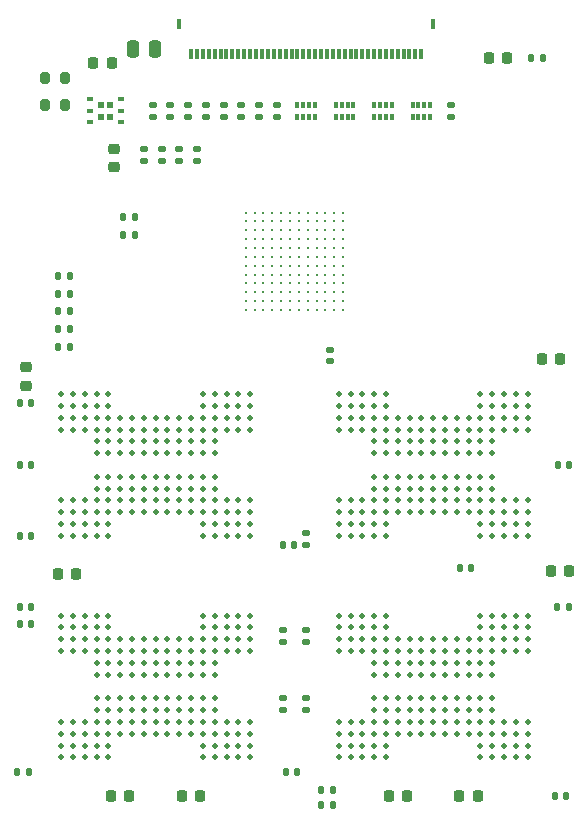
<source format=gbr>
%TF.GenerationSoftware,KiCad,Pcbnew,(6.0.7)*%
%TF.CreationDate,2022-10-03T18:22:00-04:00*%
%TF.ProjectId,IDE-SSD-ZIF,4944452d-5353-4442-9d5a-49462e6b6963,rev?*%
%TF.SameCoordinates,Original*%
%TF.FileFunction,Paste,Top*%
%TF.FilePolarity,Positive*%
%FSLAX46Y46*%
G04 Gerber Fmt 4.6, Leading zero omitted, Abs format (unit mm)*
G04 Created by KiCad (PCBNEW (6.0.7)) date 2022-10-03 18:22:00*
%MOMM*%
%LPD*%
G01*
G04 APERTURE LIST*
G04 Aperture macros list*
%AMRoundRect*
0 Rectangle with rounded corners*
0 $1 Rounding radius*
0 $2 $3 $4 $5 $6 $7 $8 $9 X,Y pos of 4 corners*
0 Add a 4 corners polygon primitive as box body*
4,1,4,$2,$3,$4,$5,$6,$7,$8,$9,$2,$3,0*
0 Add four circle primitives for the rounded corners*
1,1,$1+$1,$2,$3*
1,1,$1+$1,$4,$5*
1,1,$1+$1,$6,$7*
1,1,$1+$1,$8,$9*
0 Add four rect primitives between the rounded corners*
20,1,$1+$1,$2,$3,$4,$5,0*
20,1,$1+$1,$4,$5,$6,$7,0*
20,1,$1+$1,$6,$7,$8,$9,0*
20,1,$1+$1,$8,$9,$2,$3,0*%
G04 Aperture macros list end*
%ADD10RoundRect,0.135000X-0.185000X0.135000X-0.185000X-0.135000X0.185000X-0.135000X0.185000X0.135000X0*%
%ADD11RoundRect,0.250000X-0.250000X-0.475000X0.250000X-0.475000X0.250000X0.475000X-0.250000X0.475000X0*%
%ADD12RoundRect,0.225000X-0.225000X-0.250000X0.225000X-0.250000X0.225000X0.250000X-0.225000X0.250000X0*%
%ADD13RoundRect,0.140000X-0.140000X-0.170000X0.140000X-0.170000X0.140000X0.170000X-0.140000X0.170000X0*%
%ADD14R,0.400000X0.500000*%
%ADD15R,0.300000X0.500000*%
%ADD16RoundRect,0.225000X0.225000X0.250000X-0.225000X0.250000X-0.225000X-0.250000X0.225000X-0.250000X0*%
%ADD17RoundRect,0.140000X0.140000X0.170000X-0.140000X0.170000X-0.140000X-0.170000X0.140000X-0.170000X0*%
%ADD18RoundRect,0.140000X0.170000X-0.140000X0.170000X0.140000X-0.170000X0.140000X-0.170000X-0.140000X0*%
%ADD19RoundRect,0.135000X-0.135000X-0.185000X0.135000X-0.185000X0.135000X0.185000X-0.135000X0.185000X0*%
%ADD20R,0.304800X0.812800*%
%ADD21R,0.406400X0.812800*%
%ADD22C,0.500000*%
%ADD23RoundRect,0.200000X-0.200000X-0.275000X0.200000X-0.275000X0.200000X0.275000X-0.200000X0.275000X0*%
%ADD24RoundRect,0.225000X0.250000X-0.225000X0.250000X0.225000X-0.250000X0.225000X-0.250000X-0.225000X0*%
%ADD25C,0.300000*%
%ADD26RoundRect,0.218750X-0.218750X-0.256250X0.218750X-0.256250X0.218750X0.256250X-0.218750X0.256250X0*%
%ADD27RoundRect,0.225000X-0.250000X0.225000X-0.250000X-0.225000X0.250000X-0.225000X0.250000X0.225000X0*%
%ADD28R,0.630000X0.450000*%
%ADD29R,0.480000X0.630000*%
%ADD30RoundRect,0.140000X-0.170000X0.140000X-0.170000X-0.140000X0.170000X-0.140000X0.170000X0.140000X0*%
G04 APERTURE END LIST*
D10*
%TO.C,R4*%
X124250000Y-68240000D03*
X124250000Y-69260000D03*
%TD*%
D11*
%TO.C,C1*%
X120300000Y-59750000D03*
X122200000Y-59750000D03*
%TD*%
D12*
%TO.C,C27*%
X113975000Y-104250000D03*
X115525000Y-104250000D03*
%TD*%
D13*
%TO.C,C36*%
X156290000Y-95000000D03*
X157250000Y-95000000D03*
%TD*%
%TO.C,C17*%
X156270000Y-107000000D03*
X157230000Y-107000000D03*
%TD*%
D12*
%TO.C,C40*%
X154950000Y-86000000D03*
X156500000Y-86000000D03*
%TD*%
D10*
%TO.C,R12*%
X122000000Y-64510000D03*
X122000000Y-65530000D03*
%TD*%
%TO.C,R2*%
X128000000Y-64510000D03*
X128000000Y-65530000D03*
%TD*%
D14*
%TO.C,RN4*%
X134250000Y-65520000D03*
D15*
X134750000Y-65520000D03*
X135250000Y-65520000D03*
D14*
X135750000Y-65520000D03*
X135750000Y-64520000D03*
D15*
X135250000Y-64520000D03*
X134750000Y-64520000D03*
D14*
X134250000Y-64520000D03*
%TD*%
D16*
%TO.C,C25*%
X149525000Y-123000000D03*
X147975000Y-123000000D03*
%TD*%
D17*
%TO.C,C33*%
X111730000Y-107000000D03*
X110770000Y-107000000D03*
%TD*%
%TO.C,C20*%
X111730000Y-101000000D03*
X110770000Y-101000000D03*
%TD*%
D18*
%TO.C,C35*%
X137000000Y-86230000D03*
X137000000Y-85270000D03*
%TD*%
D14*
%TO.C,RN3*%
X137500000Y-65520000D03*
D15*
X138000000Y-65520000D03*
X138500000Y-65520000D03*
D14*
X139000000Y-65520000D03*
X139000000Y-64520000D03*
D15*
X138500000Y-64520000D03*
X138000000Y-64520000D03*
D14*
X137500000Y-64520000D03*
%TD*%
D19*
%TO.C,R19*%
X114000000Y-79000000D03*
X115020000Y-79000000D03*
%TD*%
%TO.C,R26*%
X119490000Y-74000000D03*
X120510000Y-74000000D03*
%TD*%
D13*
%TO.C,C24*%
X133040000Y-101750000D03*
X134000000Y-101750000D03*
%TD*%
D20*
%TO.C,J1*%
X144753600Y-60166400D03*
X144245600Y-60166400D03*
X143737600Y-60166400D03*
X143255000Y-60166400D03*
X142747000Y-60166400D03*
X142239000Y-60166400D03*
X141756400Y-60166400D03*
X141248400Y-60166400D03*
X140740400Y-60166400D03*
X140257800Y-60166400D03*
X139749800Y-60166400D03*
X139241800Y-60166400D03*
X138759200Y-60166400D03*
X138251200Y-60166400D03*
X137743200Y-60166400D03*
X137260600Y-60166400D03*
X136752600Y-60166400D03*
X136244600Y-60166400D03*
X135762000Y-60166400D03*
X135254000Y-60166400D03*
X134746000Y-60166400D03*
X134238000Y-60166400D03*
X133755400Y-60166400D03*
X133247400Y-60166400D03*
X132739400Y-60166400D03*
X132256800Y-60166400D03*
X131748800Y-60166400D03*
X131240800Y-60166400D03*
X130758200Y-60166400D03*
X130250200Y-60166400D03*
X129742200Y-60166400D03*
X129259600Y-60166400D03*
X128751600Y-60166400D03*
X128243600Y-60166400D03*
X127761000Y-60166400D03*
X127253000Y-60166400D03*
X126745000Y-60166400D03*
X126262400Y-60166400D03*
X125754400Y-60166400D03*
X125246400Y-60166400D03*
D21*
X124230400Y-57677200D03*
X145769600Y-57677200D03*
%TD*%
D10*
%TO.C,R22*%
X135000000Y-114730000D03*
X135000000Y-115750000D03*
%TD*%
D13*
%TO.C,C29*%
X133270000Y-121000000D03*
X134230000Y-121000000D03*
%TD*%
D14*
%TO.C,RN1*%
X144000000Y-65520000D03*
D15*
X144500000Y-65520000D03*
X145000000Y-65520000D03*
D14*
X145500000Y-65520000D03*
X145500000Y-64520000D03*
D15*
X145000000Y-64520000D03*
X144500000Y-64520000D03*
D14*
X144000000Y-64520000D03*
%TD*%
D17*
%TO.C,C22*%
X137230000Y-123750000D03*
X136270000Y-123750000D03*
%TD*%
D10*
%TO.C,R14*%
X147250000Y-64500000D03*
X147250000Y-65520000D03*
%TD*%
%TO.C,R23*%
X135000000Y-108990000D03*
X135000000Y-110010000D03*
%TD*%
D22*
%TO.C,U4*%
X114250000Y-119750000D03*
X114250000Y-118750000D03*
X114250000Y-117750000D03*
X114250000Y-116750000D03*
X114250000Y-110750000D03*
X114250000Y-109750000D03*
X114250000Y-108750000D03*
X114250000Y-107750000D03*
X115250000Y-119750000D03*
X115250000Y-118750000D03*
X115250000Y-117750000D03*
X115250000Y-116750000D03*
X115250000Y-110750000D03*
X115250000Y-109750000D03*
X115250000Y-108750000D03*
X115250000Y-107750000D03*
X116250000Y-119750000D03*
X116250000Y-118750000D03*
X116250000Y-117750000D03*
X116250000Y-116750000D03*
X116250000Y-110750000D03*
X116250000Y-109750000D03*
X116250000Y-108750000D03*
X116250000Y-107750000D03*
X117250000Y-119750000D03*
X117250000Y-118750000D03*
X117250000Y-117750000D03*
X117250000Y-116750000D03*
X117250000Y-115750000D03*
X117250000Y-114750000D03*
X117250000Y-112750000D03*
X117250000Y-111750000D03*
X117250000Y-110750000D03*
X117250000Y-109750000D03*
X117250000Y-108750000D03*
X117250000Y-107750000D03*
X118250000Y-119750000D03*
X118250000Y-118750000D03*
X118250000Y-117750000D03*
X118250000Y-116750000D03*
X118250000Y-115750000D03*
X118250000Y-114750000D03*
X118250000Y-112750000D03*
X118250000Y-111750000D03*
X118250000Y-110750000D03*
X118250000Y-109750000D03*
X118250000Y-108750000D03*
X118250000Y-107750000D03*
X119250000Y-117750000D03*
X119250000Y-116750000D03*
X119250000Y-115750000D03*
X119250000Y-114750000D03*
X119250000Y-112750000D03*
X119250000Y-111750000D03*
X119250000Y-110750000D03*
X119250000Y-109750000D03*
X120250000Y-117750000D03*
X120250000Y-116750000D03*
X120250000Y-115750000D03*
X120250000Y-114750000D03*
X120250000Y-112750000D03*
X120250000Y-111750000D03*
X120250000Y-110750000D03*
X120250000Y-109750000D03*
X121250000Y-117750000D03*
X121250000Y-116750000D03*
X121250000Y-115750000D03*
X121250000Y-114750000D03*
X121250000Y-112750000D03*
X121250000Y-111750000D03*
X121250000Y-110750000D03*
X121250000Y-109750000D03*
X122250000Y-117750000D03*
X122250000Y-116750000D03*
X122250000Y-115750000D03*
X122250000Y-114750000D03*
X122250000Y-112750000D03*
X122250000Y-111750000D03*
X122250000Y-110750000D03*
X122250000Y-109750000D03*
X123250000Y-117750000D03*
X123250000Y-116750000D03*
X123250000Y-115750000D03*
X123250000Y-114750000D03*
X123250000Y-112750000D03*
X123250000Y-111750000D03*
X123250000Y-110750000D03*
X123250000Y-109750000D03*
X124250000Y-117750000D03*
X124250000Y-116750000D03*
X124250000Y-115750000D03*
X124250000Y-114750000D03*
X124250000Y-112750000D03*
X124250000Y-111750000D03*
X124250000Y-110750000D03*
X124250000Y-109750000D03*
X125250000Y-117750000D03*
X125250000Y-116750000D03*
X125250000Y-115750000D03*
X125250000Y-114750000D03*
X125250000Y-112750000D03*
X125250000Y-111750000D03*
X125250000Y-110750000D03*
X125250000Y-109750000D03*
X126250000Y-119750000D03*
X126250000Y-118750000D03*
X126250000Y-117750000D03*
X126250000Y-116750000D03*
X126250000Y-115750000D03*
X126250000Y-114750000D03*
X126250000Y-112750000D03*
X126250000Y-111750000D03*
X126250000Y-110750000D03*
X126250000Y-109750000D03*
X126250000Y-108750000D03*
X126250000Y-107750000D03*
X127250000Y-119750000D03*
X127250000Y-118750000D03*
X127250000Y-117750000D03*
X127250000Y-116750000D03*
X127250000Y-115750000D03*
X127250000Y-114750000D03*
X127250000Y-112750000D03*
X127250000Y-111750000D03*
X127250000Y-110750000D03*
X127250000Y-109750000D03*
X127250000Y-108750000D03*
X127250000Y-107750000D03*
X128250000Y-119750000D03*
X128250000Y-118750000D03*
X128250000Y-117750000D03*
X128250000Y-116750000D03*
X128250000Y-110750000D03*
X128250000Y-109750000D03*
X128250000Y-108750000D03*
X128250000Y-107750000D03*
X129250000Y-119750000D03*
X129250000Y-118750000D03*
X129250000Y-117750000D03*
X129250000Y-116750000D03*
X129250000Y-110750000D03*
X129250000Y-109750000D03*
X129250000Y-108750000D03*
X129250000Y-107750000D03*
X130250000Y-119750000D03*
X130250000Y-118750000D03*
X130250000Y-117750000D03*
X130250000Y-116750000D03*
X130250000Y-110750000D03*
X130250000Y-109750000D03*
X130250000Y-108750000D03*
X130250000Y-107750000D03*
%TD*%
D23*
%TO.C,R25*%
X112925000Y-62250000D03*
X114575000Y-62250000D03*
%TD*%
D24*
%TO.C,C28*%
X111250000Y-88275000D03*
X111250000Y-86725000D03*
%TD*%
D17*
%TO.C,C30*%
X111500000Y-121000000D03*
X110540000Y-121000000D03*
%TD*%
D10*
%TO.C,R8*%
X129500000Y-64500000D03*
X129500000Y-65520000D03*
%TD*%
D13*
%TO.C,C31*%
X148000000Y-103750000D03*
X148960000Y-103750000D03*
%TD*%
D25*
%TO.C,U1*%
X129875000Y-81875000D03*
X129875000Y-81125000D03*
X129875000Y-80375000D03*
X129875000Y-79625000D03*
X129875000Y-78875000D03*
X129875000Y-78125000D03*
X129875000Y-77375000D03*
X129875000Y-76625000D03*
X129875000Y-75875000D03*
X129875000Y-75125000D03*
X129875000Y-74375000D03*
X129875000Y-73625000D03*
X130625000Y-81875000D03*
X130625000Y-81125000D03*
X130625000Y-80375000D03*
X130625000Y-79625000D03*
X130625000Y-78875000D03*
X130625000Y-78125000D03*
X130625000Y-77375000D03*
X130625000Y-76625000D03*
X130625000Y-75875000D03*
X130625000Y-75125000D03*
X130625000Y-74375000D03*
X130625000Y-73625000D03*
X131375000Y-81875000D03*
X131375000Y-81125000D03*
X131375000Y-80375000D03*
X131375000Y-79625000D03*
X131375000Y-78875000D03*
X131375000Y-78125000D03*
X131375000Y-77375000D03*
X131375000Y-76625000D03*
X131375000Y-75875000D03*
X131375000Y-75125000D03*
X131375000Y-74375000D03*
X131375000Y-73625000D03*
X132125000Y-81875000D03*
X132125000Y-81125000D03*
X132125000Y-80375000D03*
X132125000Y-79625000D03*
X132125000Y-78875000D03*
X132125000Y-78125000D03*
X132125000Y-77375000D03*
X132125000Y-76625000D03*
X132125000Y-75875000D03*
X132125000Y-75125000D03*
X132125000Y-74375000D03*
X132125000Y-73625000D03*
X132875000Y-81875000D03*
X132875000Y-81125000D03*
X132875000Y-80375000D03*
X132875000Y-79625000D03*
X132875000Y-78875000D03*
X132875000Y-78125000D03*
X132875000Y-77375000D03*
X132875000Y-76625000D03*
X132875000Y-75875000D03*
X132875000Y-75125000D03*
X132875000Y-74375000D03*
X132875000Y-73625000D03*
X133625000Y-81875000D03*
X133625000Y-81125000D03*
X133625000Y-80375000D03*
X133625000Y-79625000D03*
X133625000Y-78875000D03*
X133625000Y-78125000D03*
X133625000Y-77375000D03*
X133625000Y-76625000D03*
X133625000Y-75875000D03*
X133625000Y-75125000D03*
X133625000Y-74375000D03*
X133625000Y-73625000D03*
X134375000Y-81875000D03*
X134375000Y-81125000D03*
X134375000Y-80375000D03*
X134375000Y-79625000D03*
X134375000Y-78875000D03*
X134375000Y-78125000D03*
X134375000Y-77375000D03*
X134375000Y-76625000D03*
X134375000Y-75875000D03*
X134375000Y-75125000D03*
X134375000Y-74375000D03*
X134375000Y-73625000D03*
X135125000Y-81875000D03*
X135125000Y-81125000D03*
X135125000Y-80375000D03*
X135125000Y-79625000D03*
X135125000Y-78875000D03*
X135125000Y-78125000D03*
X135125000Y-77375000D03*
X135125000Y-76625000D03*
X135125000Y-75875000D03*
X135125000Y-75125000D03*
X135125000Y-74375000D03*
X135125000Y-73625000D03*
X135875000Y-81875000D03*
X135875000Y-81125000D03*
X135875000Y-80375000D03*
X135875000Y-79625000D03*
X135875000Y-78875000D03*
X135875000Y-78125000D03*
X135875000Y-77375000D03*
X135875000Y-76625000D03*
X135875000Y-75875000D03*
X135875000Y-75125000D03*
X135875000Y-74375000D03*
X135875000Y-73625000D03*
X136625000Y-81875000D03*
X136625000Y-81125000D03*
X136625000Y-80375000D03*
X136625000Y-79625000D03*
X136625000Y-78875000D03*
X136625000Y-78125000D03*
X136625000Y-77375000D03*
X136625000Y-76625000D03*
X136625000Y-75875000D03*
X136625000Y-75125000D03*
X136625000Y-74375000D03*
X136625000Y-73625000D03*
X137375000Y-81875000D03*
X137375000Y-81125000D03*
X137375000Y-80375000D03*
X137375000Y-79625000D03*
X137375000Y-78875000D03*
X137375000Y-78125000D03*
X137375000Y-77375000D03*
X137375000Y-76625000D03*
X137375000Y-75875000D03*
X137375000Y-75125000D03*
X137375000Y-74375000D03*
X137375000Y-73625000D03*
X138125000Y-81875000D03*
X138125000Y-81125000D03*
X138125000Y-80375000D03*
X138125000Y-79625000D03*
X138125000Y-78875000D03*
X138125000Y-78125000D03*
X138125000Y-77375000D03*
X138125000Y-76625000D03*
X138125000Y-75875000D03*
X138125000Y-75125000D03*
X138125000Y-74375000D03*
X138125000Y-73625000D03*
%TD*%
D19*
%TO.C,R16*%
X114000000Y-80500000D03*
X115020000Y-80500000D03*
%TD*%
D17*
%TO.C,C23*%
X111730000Y-95000000D03*
X110770000Y-95000000D03*
%TD*%
D26*
%TO.C,D1*%
X150462500Y-60500000D03*
X152037500Y-60500000D03*
%TD*%
D23*
%TO.C,R13*%
X112925000Y-64500000D03*
X114575000Y-64500000D03*
%TD*%
D19*
%TO.C,R27*%
X119490000Y-75500000D03*
X120510000Y-75500000D03*
%TD*%
D10*
%TO.C,R7*%
X132500000Y-64510000D03*
X132500000Y-65530000D03*
%TD*%
D22*
%TO.C,U3*%
X114250000Y-101000000D03*
X114250000Y-100000000D03*
X114250000Y-99000000D03*
X114250000Y-98000000D03*
X114250000Y-92000000D03*
X114250000Y-91000000D03*
X114250000Y-90000000D03*
X114250000Y-89000000D03*
X115250000Y-101000000D03*
X115250000Y-100000000D03*
X115250000Y-99000000D03*
X115250000Y-98000000D03*
X115250000Y-92000000D03*
X115250000Y-91000000D03*
X115250000Y-90000000D03*
X115250000Y-89000000D03*
X116250000Y-101000000D03*
X116250000Y-100000000D03*
X116250000Y-99000000D03*
X116250000Y-98000000D03*
X116250000Y-92000000D03*
X116250000Y-91000000D03*
X116250000Y-90000000D03*
X116250000Y-89000000D03*
X117250000Y-101000000D03*
X117250000Y-100000000D03*
X117250000Y-99000000D03*
X117250000Y-98000000D03*
X117250000Y-97000000D03*
X117250000Y-96000000D03*
X117250000Y-94000000D03*
X117250000Y-93000000D03*
X117250000Y-92000000D03*
X117250000Y-91000000D03*
X117250000Y-90000000D03*
X117250000Y-89000000D03*
X118250000Y-101000000D03*
X118250000Y-100000000D03*
X118250000Y-99000000D03*
X118250000Y-98000000D03*
X118250000Y-97000000D03*
X118250000Y-96000000D03*
X118250000Y-94000000D03*
X118250000Y-93000000D03*
X118250000Y-92000000D03*
X118250000Y-91000000D03*
X118250000Y-90000000D03*
X118250000Y-89000000D03*
X119250000Y-99000000D03*
X119250000Y-98000000D03*
X119250000Y-97000000D03*
X119250000Y-96000000D03*
X119250000Y-94000000D03*
X119250000Y-93000000D03*
X119250000Y-92000000D03*
X119250000Y-91000000D03*
X120250000Y-99000000D03*
X120250000Y-98000000D03*
X120250000Y-97000000D03*
X120250000Y-96000000D03*
X120250000Y-94000000D03*
X120250000Y-93000000D03*
X120250000Y-92000000D03*
X120250000Y-91000000D03*
X121250000Y-99000000D03*
X121250000Y-98000000D03*
X121250000Y-97000000D03*
X121250000Y-96000000D03*
X121250000Y-94000000D03*
X121250000Y-93000000D03*
X121250000Y-92000000D03*
X121250000Y-91000000D03*
X122250000Y-99000000D03*
X122250000Y-98000000D03*
X122250000Y-97000000D03*
X122250000Y-96000000D03*
X122250000Y-94000000D03*
X122250000Y-93000000D03*
X122250000Y-92000000D03*
X122250000Y-91000000D03*
X123250000Y-99000000D03*
X123250000Y-98000000D03*
X123250000Y-97000000D03*
X123250000Y-96000000D03*
X123250000Y-94000000D03*
X123250000Y-93000000D03*
X123250000Y-92000000D03*
X123250000Y-91000000D03*
X124250000Y-99000000D03*
X124250000Y-98000000D03*
X124250000Y-97000000D03*
X124250000Y-96000000D03*
X124250000Y-94000000D03*
X124250000Y-93000000D03*
X124250000Y-92000000D03*
X124250000Y-91000000D03*
X125250000Y-99000000D03*
X125250000Y-98000000D03*
X125250000Y-97000000D03*
X125250000Y-96000000D03*
X125250000Y-94000000D03*
X125250000Y-93000000D03*
X125250000Y-92000000D03*
X125250000Y-91000000D03*
X126250000Y-101000000D03*
X126250000Y-100000000D03*
X126250000Y-99000000D03*
X126250000Y-98000000D03*
X126250000Y-97000000D03*
X126250000Y-96000000D03*
X126250000Y-94000000D03*
X126250000Y-93000000D03*
X126250000Y-92000000D03*
X126250000Y-91000000D03*
X126250000Y-90000000D03*
X126250000Y-89000000D03*
X127250000Y-101000000D03*
X127250000Y-100000000D03*
X127250000Y-99000000D03*
X127250000Y-98000000D03*
X127250000Y-97000000D03*
X127250000Y-96000000D03*
X127250000Y-94000000D03*
X127250000Y-93000000D03*
X127250000Y-92000000D03*
X127250000Y-91000000D03*
X127250000Y-90000000D03*
X127250000Y-89000000D03*
X128250000Y-101000000D03*
X128250000Y-100000000D03*
X128250000Y-99000000D03*
X128250000Y-98000000D03*
X128250000Y-92000000D03*
X128250000Y-91000000D03*
X128250000Y-90000000D03*
X128250000Y-89000000D03*
X129250000Y-101000000D03*
X129250000Y-100000000D03*
X129250000Y-99000000D03*
X129250000Y-98000000D03*
X129250000Y-92000000D03*
X129250000Y-91000000D03*
X129250000Y-90000000D03*
X129250000Y-89000000D03*
X130250000Y-101000000D03*
X130250000Y-100000000D03*
X130250000Y-99000000D03*
X130250000Y-98000000D03*
X130250000Y-92000000D03*
X130250000Y-91000000D03*
X130250000Y-90000000D03*
X130250000Y-89000000D03*
%TD*%
D12*
%TO.C,C39*%
X155725000Y-104000000D03*
X157275000Y-104000000D03*
%TD*%
D16*
%TO.C,C12*%
X118525000Y-61000000D03*
X116975000Y-61000000D03*
%TD*%
D10*
%TO.C,R21*%
X133000000Y-114730000D03*
X133000000Y-115750000D03*
%TD*%
D13*
%TO.C,C18*%
X156040000Y-123000000D03*
X157000000Y-123000000D03*
%TD*%
D19*
%TO.C,R17*%
X113980000Y-83500000D03*
X115000000Y-83500000D03*
%TD*%
D12*
%TO.C,C38*%
X118475000Y-123000000D03*
X120025000Y-123000000D03*
%TD*%
D22*
%TO.C,U6*%
X137750000Y-101000000D03*
X137750000Y-100000000D03*
X137750000Y-99000000D03*
X137750000Y-98000000D03*
X137750000Y-92000000D03*
X137750000Y-91000000D03*
X137750000Y-90000000D03*
X137750000Y-89000000D03*
X138750000Y-101000000D03*
X138750000Y-100000000D03*
X138750000Y-99000000D03*
X138750000Y-98000000D03*
X138750000Y-92000000D03*
X138750000Y-91000000D03*
X138750000Y-90000000D03*
X138750000Y-89000000D03*
X139750000Y-101000000D03*
X139750000Y-100000000D03*
X139750000Y-99000000D03*
X139750000Y-98000000D03*
X139750000Y-92000000D03*
X139750000Y-91000000D03*
X139750000Y-90000000D03*
X139750000Y-89000000D03*
X140750000Y-101000000D03*
X140750000Y-100000000D03*
X140750000Y-99000000D03*
X140750000Y-98000000D03*
X140750000Y-97000000D03*
X140750000Y-96000000D03*
X140750000Y-94000000D03*
X140750000Y-93000000D03*
X140750000Y-92000000D03*
X140750000Y-91000000D03*
X140750000Y-90000000D03*
X140750000Y-89000000D03*
X141750000Y-101000000D03*
X141750000Y-100000000D03*
X141750000Y-99000000D03*
X141750000Y-98000000D03*
X141750000Y-97000000D03*
X141750000Y-96000000D03*
X141750000Y-94000000D03*
X141750000Y-93000000D03*
X141750000Y-92000000D03*
X141750000Y-91000000D03*
X141750000Y-90000000D03*
X141750000Y-89000000D03*
X142750000Y-99000000D03*
X142750000Y-98000000D03*
X142750000Y-97000000D03*
X142750000Y-96000000D03*
X142750000Y-94000000D03*
X142750000Y-93000000D03*
X142750000Y-92000000D03*
X142750000Y-91000000D03*
X143750000Y-99000000D03*
X143750000Y-98000000D03*
X143750000Y-97000000D03*
X143750000Y-96000000D03*
X143750000Y-94000000D03*
X143750000Y-93000000D03*
X143750000Y-92000000D03*
X143750000Y-91000000D03*
X144750000Y-99000000D03*
X144750000Y-98000000D03*
X144750000Y-97000000D03*
X144750000Y-96000000D03*
X144750000Y-94000000D03*
X144750000Y-93000000D03*
X144750000Y-92000000D03*
X144750000Y-91000000D03*
X145750000Y-99000000D03*
X145750000Y-98000000D03*
X145750000Y-97000000D03*
X145750000Y-96000000D03*
X145750000Y-94000000D03*
X145750000Y-93000000D03*
X145750000Y-92000000D03*
X145750000Y-91000000D03*
X146750000Y-99000000D03*
X146750000Y-98000000D03*
X146750000Y-97000000D03*
X146750000Y-96000000D03*
X146750000Y-94000000D03*
X146750000Y-93000000D03*
X146750000Y-92000000D03*
X146750000Y-91000000D03*
X147750000Y-99000000D03*
X147750000Y-98000000D03*
X147750000Y-97000000D03*
X147750000Y-96000000D03*
X147750000Y-94000000D03*
X147750000Y-93000000D03*
X147750000Y-92000000D03*
X147750000Y-91000000D03*
X148750000Y-99000000D03*
X148750000Y-98000000D03*
X148750000Y-97000000D03*
X148750000Y-96000000D03*
X148750000Y-94000000D03*
X148750000Y-93000000D03*
X148750000Y-92000000D03*
X148750000Y-91000000D03*
X149750000Y-101000000D03*
X149750000Y-100000000D03*
X149750000Y-99000000D03*
X149750000Y-98000000D03*
X149750000Y-97000000D03*
X149750000Y-96000000D03*
X149750000Y-94000000D03*
X149750000Y-93000000D03*
X149750000Y-92000000D03*
X149750000Y-91000000D03*
X149750000Y-90000000D03*
X149750000Y-89000000D03*
X150750000Y-101000000D03*
X150750000Y-100000000D03*
X150750000Y-99000000D03*
X150750000Y-98000000D03*
X150750000Y-97000000D03*
X150750000Y-96000000D03*
X150750000Y-94000000D03*
X150750000Y-93000000D03*
X150750000Y-92000000D03*
X150750000Y-91000000D03*
X150750000Y-90000000D03*
X150750000Y-89000000D03*
X151750000Y-101000000D03*
X151750000Y-100000000D03*
X151750000Y-99000000D03*
X151750000Y-98000000D03*
X151750000Y-92000000D03*
X151750000Y-91000000D03*
X151750000Y-90000000D03*
X151750000Y-89000000D03*
X152750000Y-101000000D03*
X152750000Y-100000000D03*
X152750000Y-99000000D03*
X152750000Y-98000000D03*
X152750000Y-92000000D03*
X152750000Y-91000000D03*
X152750000Y-90000000D03*
X152750000Y-89000000D03*
X153750000Y-101000000D03*
X153750000Y-100000000D03*
X153750000Y-99000000D03*
X153750000Y-98000000D03*
X153750000Y-92000000D03*
X153750000Y-91000000D03*
X153750000Y-90000000D03*
X153750000Y-89000000D03*
%TD*%
D17*
%TO.C,C21*%
X137250000Y-122500000D03*
X136290000Y-122500000D03*
%TD*%
D10*
%TO.C,R9*%
X126500000Y-64520000D03*
X126500000Y-65540000D03*
%TD*%
D19*
%TO.C,R20*%
X114000000Y-85000000D03*
X115020000Y-85000000D03*
%TD*%
D12*
%TO.C,C37*%
X124475000Y-123000000D03*
X126025000Y-123000000D03*
%TD*%
D10*
%TO.C,R5*%
X122750000Y-68240000D03*
X122750000Y-69260000D03*
%TD*%
D22*
%TO.C,U5*%
X137750000Y-119750000D03*
X137750000Y-118750000D03*
X137750000Y-117750000D03*
X137750000Y-116750000D03*
X137750000Y-110750000D03*
X137750000Y-109750000D03*
X137750000Y-108750000D03*
X137750000Y-107750000D03*
X138750000Y-119750000D03*
X138750000Y-118750000D03*
X138750000Y-117750000D03*
X138750000Y-116750000D03*
X138750000Y-110750000D03*
X138750000Y-109750000D03*
X138750000Y-108750000D03*
X138750000Y-107750000D03*
X139750000Y-119750000D03*
X139750000Y-118750000D03*
X139750000Y-117750000D03*
X139750000Y-116750000D03*
X139750000Y-110750000D03*
X139750000Y-109750000D03*
X139750000Y-108750000D03*
X139750000Y-107750000D03*
X140750000Y-119750000D03*
X140750000Y-118750000D03*
X140750000Y-117750000D03*
X140750000Y-116750000D03*
X140750000Y-115750000D03*
X140750000Y-114750000D03*
X140750000Y-112750000D03*
X140750000Y-111750000D03*
X140750000Y-110750000D03*
X140750000Y-109750000D03*
X140750000Y-108750000D03*
X140750000Y-107750000D03*
X141750000Y-119750000D03*
X141750000Y-118750000D03*
X141750000Y-117750000D03*
X141750000Y-116750000D03*
X141750000Y-115750000D03*
X141750000Y-114750000D03*
X141750000Y-112750000D03*
X141750000Y-111750000D03*
X141750000Y-110750000D03*
X141750000Y-109750000D03*
X141750000Y-108750000D03*
X141750000Y-107750000D03*
X142750000Y-117750000D03*
X142750000Y-116750000D03*
X142750000Y-115750000D03*
X142750000Y-114750000D03*
X142750000Y-112750000D03*
X142750000Y-111750000D03*
X142750000Y-110750000D03*
X142750000Y-109750000D03*
X143750000Y-117750000D03*
X143750000Y-116750000D03*
X143750000Y-115750000D03*
X143750000Y-114750000D03*
X143750000Y-112750000D03*
X143750000Y-111750000D03*
X143750000Y-110750000D03*
X143750000Y-109750000D03*
X144750000Y-117750000D03*
X144750000Y-116750000D03*
X144750000Y-115750000D03*
X144750000Y-114750000D03*
X144750000Y-112750000D03*
X144750000Y-111750000D03*
X144750000Y-110750000D03*
X144750000Y-109750000D03*
X145750000Y-117750000D03*
X145750000Y-116750000D03*
X145750000Y-115750000D03*
X145750000Y-114750000D03*
X145750000Y-112750000D03*
X145750000Y-111750000D03*
X145750000Y-110750000D03*
X145750000Y-109750000D03*
X146750000Y-117750000D03*
X146750000Y-116750000D03*
X146750000Y-115750000D03*
X146750000Y-114750000D03*
X146750000Y-112750000D03*
X146750000Y-111750000D03*
X146750000Y-110750000D03*
X146750000Y-109750000D03*
X147750000Y-117750000D03*
X147750000Y-116750000D03*
X147750000Y-115750000D03*
X147750000Y-114750000D03*
X147750000Y-112750000D03*
X147750000Y-111750000D03*
X147750000Y-110750000D03*
X147750000Y-109750000D03*
X148750000Y-117750000D03*
X148750000Y-116750000D03*
X148750000Y-115750000D03*
X148750000Y-114750000D03*
X148750000Y-112750000D03*
X148750000Y-111750000D03*
X148750000Y-110750000D03*
X148750000Y-109750000D03*
X149750000Y-119750000D03*
X149750000Y-118750000D03*
X149750000Y-117750000D03*
X149750000Y-116750000D03*
X149750000Y-115750000D03*
X149750000Y-114750000D03*
X149750000Y-112750000D03*
X149750000Y-111750000D03*
X149750000Y-110750000D03*
X149750000Y-109750000D03*
X149750000Y-108750000D03*
X149750000Y-107750000D03*
X150750000Y-119750000D03*
X150750000Y-118750000D03*
X150750000Y-117750000D03*
X150750000Y-116750000D03*
X150750000Y-115750000D03*
X150750000Y-114750000D03*
X150750000Y-112750000D03*
X150750000Y-111750000D03*
X150750000Y-110750000D03*
X150750000Y-109750000D03*
X150750000Y-108750000D03*
X150750000Y-107750000D03*
X151750000Y-119750000D03*
X151750000Y-118750000D03*
X151750000Y-117750000D03*
X151750000Y-116750000D03*
X151750000Y-110750000D03*
X151750000Y-109750000D03*
X151750000Y-108750000D03*
X151750000Y-107750000D03*
X152750000Y-119750000D03*
X152750000Y-118750000D03*
X152750000Y-117750000D03*
X152750000Y-116750000D03*
X152750000Y-110750000D03*
X152750000Y-109750000D03*
X152750000Y-108750000D03*
X152750000Y-107750000D03*
X153750000Y-119750000D03*
X153750000Y-118750000D03*
X153750000Y-117750000D03*
X153750000Y-116750000D03*
X153750000Y-110750000D03*
X153750000Y-109750000D03*
X153750000Y-108750000D03*
X153750000Y-107750000D03*
%TD*%
D17*
%TO.C,C19*%
X111710000Y-89750000D03*
X110750000Y-89750000D03*
%TD*%
%TO.C,C34*%
X111730000Y-108500000D03*
X110770000Y-108500000D03*
%TD*%
D10*
%TO.C,R3*%
X125750000Y-68240000D03*
X125750000Y-69260000D03*
%TD*%
%TO.C,R6*%
X121250000Y-68240000D03*
X121250000Y-69260000D03*
%TD*%
%TO.C,R24*%
X133000000Y-108990000D03*
X133000000Y-110010000D03*
%TD*%
D19*
%TO.C,R15*%
X153990000Y-60500000D03*
X155010000Y-60500000D03*
%TD*%
D27*
%TO.C,C13*%
X118750000Y-68200000D03*
X118750000Y-69750000D03*
%TD*%
D10*
%TO.C,R11*%
X123500000Y-64510000D03*
X123500000Y-65530000D03*
%TD*%
D28*
%TO.C,U2*%
X116660000Y-64050000D03*
X116660000Y-65000000D03*
X116660000Y-65950000D03*
X119340000Y-65950000D03*
X119340000Y-65000000D03*
X119340000Y-64050000D03*
D29*
X117600000Y-65525000D03*
X117600000Y-64475000D03*
X118400000Y-65525000D03*
X118400000Y-64475000D03*
%TD*%
D14*
%TO.C,RN2*%
X140750000Y-65520000D03*
D15*
X141250000Y-65520000D03*
X141750000Y-65520000D03*
D14*
X142250000Y-65520000D03*
X142250000Y-64520000D03*
D15*
X141750000Y-64520000D03*
X141250000Y-64520000D03*
D14*
X140750000Y-64520000D03*
%TD*%
D30*
%TO.C,C32*%
X135000000Y-100770000D03*
X135000000Y-101730000D03*
%TD*%
D10*
%TO.C,R10*%
X125000000Y-64510000D03*
X125000000Y-65530000D03*
%TD*%
D19*
%TO.C,R18*%
X113980000Y-82000000D03*
X115000000Y-82000000D03*
%TD*%
D10*
%TO.C,R1*%
X131000000Y-64510000D03*
X131000000Y-65530000D03*
%TD*%
D12*
%TO.C,C26*%
X141975000Y-123000000D03*
X143525000Y-123000000D03*
%TD*%
M02*

</source>
